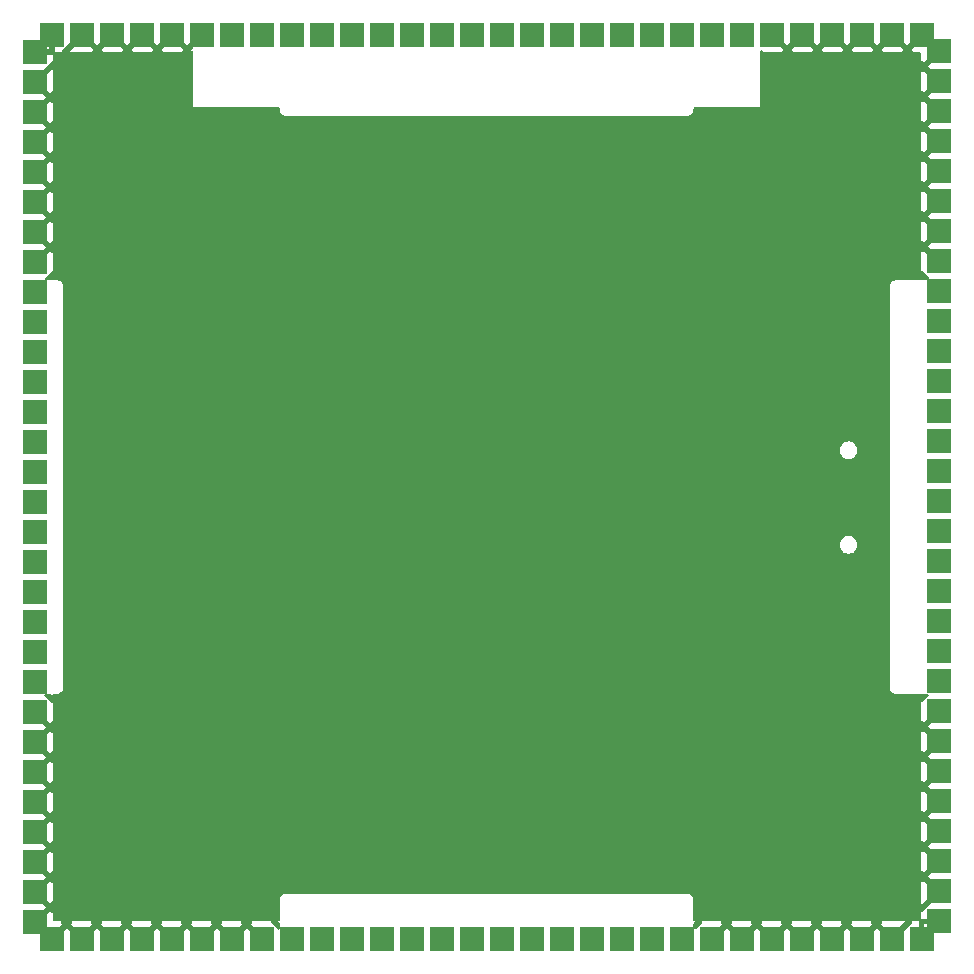
<source format=gbr>
%TF.GenerationSoftware,KiCad,Pcbnew,9.0.7*%
%TF.CreationDate,2026-02-15T10:00:23-06:00*%
%TF.ProjectId,grad_cap_display,67726164-5f63-4617-905f-646973706c61,rev?*%
%TF.SameCoordinates,Original*%
%TF.FileFunction,Copper,L4,Bot*%
%TF.FilePolarity,Positive*%
%FSLAX46Y46*%
G04 Gerber Fmt 4.6, Leading zero omitted, Abs format (unit mm)*
G04 Created by KiCad (PCBNEW 9.0.7) date 2026-02-15 10:00:23*
%MOMM*%
%LPD*%
G01*
G04 APERTURE LIST*
%TA.AperFunction,SMDPad,CuDef*%
%ADD10R,2.000000X2.000000*%
%TD*%
%TA.AperFunction,HeatsinkPad*%
%ADD11C,0.600000*%
%TD*%
G04 APERTURE END LIST*
D10*
%TO.P,J205,30,Pin_30*%
%TO.N,GND*%
X-268177500Y597760000D03*
%TO.P,J205,29,Pin_29*%
X-265637500Y597760000D03*
%TO.P,J205,28,Pin_28*%
X-263097500Y597760000D03*
%TO.P,J205,27,Pin_27*%
X-260557500Y597760000D03*
%TO.P,J205,26,Pin_26*%
X-258017500Y597760000D03*
%TO.P,J205,25,Pin_25*%
X-255477500Y597760000D03*
%TO.P,J205,24,Pin_24*%
X-252937500Y597760000D03*
%TO.P,J205,23,Pin_23*%
X-250397500Y597760000D03*
%TO.P,J205,22,Pin_22*%
X-247857500Y597760000D03*
%TO.P,J205,21,Pin_21*%
X-245317500Y597760000D03*
%TO.P,J205,20,Pin_20*%
X-242777500Y597760000D03*
%TO.P,J205,19,Pin_19*%
X-240237500Y597760000D03*
%TO.P,J205,18,Pin_18*%
X-237697500Y597760000D03*
%TO.P,J205,17,Pin_17*%
X-235157500Y597760000D03*
%TO.P,J205,16,Pin_16*%
X-232617500Y597760000D03*
%TO.P,J205,15,Pin_15*%
X-230077500Y597760000D03*
%TO.P,J205,14,Pin_14*%
X-227537500Y597760000D03*
%TO.P,J205,13,Pin_13*%
X-224997500Y597760000D03*
%TO.P,J205,12,Pin_12*%
X-222457500Y597760000D03*
%TO.P,J205,11,Pin_11*%
X-219917500Y597760000D03*
%TO.P,J205,10,Pin_10*%
X-217377500Y597760000D03*
%TO.P,J205,9,Pin_9*%
X-214837500Y597760000D03*
%TO.P,J205,8,Pin_8*%
X-212297500Y597760000D03*
%TO.P,J205,7,Pin_7*%
X-209757500Y597760000D03*
%TO.P,J205,6,Pin_6*%
X-207217500Y597760000D03*
%TO.P,J205,5,Pin_5*%
X-204677500Y597760000D03*
%TO.P,J205,4,Pin_4*%
X-202137500Y597760000D03*
%TO.P,J205,3,Pin_3*%
X-199597500Y597760000D03*
%TO.P,J205,2,Pin_2*%
X-197057500Y597760000D03*
%TO.P,J205,1,Pin_1*%
X-194517500Y597760000D03*
%TD*%
%TO.P,J204,30,Pin_30*%
%TO.N,GND*%
X-193060000Y672902500D03*
%TO.P,J204,29,Pin_29*%
X-193060000Y670362500D03*
%TO.P,J204,28,Pin_28*%
X-193060000Y667822500D03*
%TO.P,J204,27,Pin_27*%
X-193060000Y665282500D03*
%TO.P,J204,26,Pin_26*%
X-193060000Y662742500D03*
%TO.P,J204,25,Pin_25*%
X-193060000Y660202500D03*
%TO.P,J204,24,Pin_24*%
X-193060000Y657662500D03*
%TO.P,J204,23,Pin_23*%
X-193060000Y655122500D03*
%TO.P,J204,22,Pin_22*%
X-193060000Y652582500D03*
%TO.P,J204,21,Pin_21*%
X-193060000Y650042500D03*
%TO.P,J204,20,Pin_20*%
X-193060000Y647502500D03*
%TO.P,J204,19,Pin_19*%
X-193060000Y644962500D03*
%TO.P,J204,18,Pin_18*%
X-193060000Y642422500D03*
%TO.P,J204,17,Pin_17*%
X-193060000Y639882500D03*
%TO.P,J204,16,Pin_16*%
X-193060000Y637342500D03*
%TO.P,J204,15,Pin_15*%
X-193060000Y634802500D03*
%TO.P,J204,14,Pin_14*%
X-193060000Y632262500D03*
%TO.P,J204,13,Pin_13*%
X-193060000Y629722500D03*
%TO.P,J204,12,Pin_12*%
X-193060000Y627182500D03*
%TO.P,J204,11,Pin_11*%
X-193060000Y624642500D03*
%TO.P,J204,10,Pin_10*%
X-193060000Y622102500D03*
%TO.P,J204,9,Pin_9*%
X-193060000Y619562500D03*
%TO.P,J204,8,Pin_8*%
X-193060000Y617022500D03*
%TO.P,J204,7,Pin_7*%
X-193060000Y614482500D03*
%TO.P,J204,6,Pin_6*%
X-193060000Y611942500D03*
%TO.P,J204,5,Pin_5*%
X-193060000Y609402500D03*
%TO.P,J204,4,Pin_4*%
X-193060000Y606862500D03*
%TO.P,J204,3,Pin_3*%
X-193060000Y604322500D03*
%TO.P,J204,2,Pin_2*%
X-193060000Y601782500D03*
%TO.P,J204,1,Pin_1*%
X-193060000Y599242500D03*
%TD*%
%TO.P,J202,30,Pin_30*%
%TO.N,GND*%
X-269575000Y599182500D03*
%TO.P,J202,29,Pin_29*%
X-269575000Y601722500D03*
%TO.P,J202,28,Pin_28*%
X-269575000Y604262500D03*
%TO.P,J202,27,Pin_27*%
X-269575000Y606802500D03*
%TO.P,J202,26,Pin_26*%
X-269575000Y609342500D03*
%TO.P,J202,25,Pin_25*%
X-269575000Y611882500D03*
%TO.P,J202,24,Pin_24*%
X-269575000Y614422500D03*
%TO.P,J202,23,Pin_23*%
X-269575000Y616962500D03*
%TO.P,J202,22,Pin_22*%
X-269575000Y619502500D03*
%TO.P,J202,21,Pin_21*%
X-269575000Y622042500D03*
%TO.P,J202,20,Pin_20*%
X-269575000Y624582500D03*
%TO.P,J202,19,Pin_19*%
X-269575000Y627122500D03*
%TO.P,J202,18,Pin_18*%
X-269575000Y629662500D03*
%TO.P,J202,17,Pin_17*%
X-269575000Y632202500D03*
%TO.P,J202,16,Pin_16*%
X-269575000Y634742500D03*
%TO.P,J202,15,Pin_15*%
X-269575000Y637282500D03*
%TO.P,J202,14,Pin_14*%
X-269575000Y639822500D03*
%TO.P,J202,13,Pin_13*%
X-269575000Y642362500D03*
%TO.P,J202,12,Pin_12*%
X-269575000Y644902500D03*
%TO.P,J202,11,Pin_11*%
X-269575000Y647442500D03*
%TO.P,J202,10,Pin_10*%
X-269575000Y649982500D03*
%TO.P,J202,9,Pin_9*%
X-269575000Y652522500D03*
%TO.P,J202,8,Pin_8*%
X-269575000Y655062500D03*
%TO.P,J202,7,Pin_7*%
X-269575000Y657602500D03*
%TO.P,J202,6,Pin_6*%
X-269575000Y660142500D03*
%TO.P,J202,5,Pin_5*%
X-269575000Y662682500D03*
%TO.P,J202,4,Pin_4*%
X-269575000Y665222500D03*
%TO.P,J202,3,Pin_3*%
X-269575000Y667762500D03*
%TO.P,J202,2,Pin_2*%
X-269575000Y670302500D03*
%TO.P,J202,1,Pin_1*%
X-269575000Y672842500D03*
%TD*%
%TO.P,J203,30,Pin_30*%
%TO.N,GND*%
X-194457500Y674325000D03*
%TO.P,J203,29,Pin_29*%
X-196997500Y674325000D03*
%TO.P,J203,28,Pin_28*%
X-199537500Y674325000D03*
%TO.P,J203,27,Pin_27*%
X-202077500Y674325000D03*
%TO.P,J203,26,Pin_26*%
X-204617500Y674325000D03*
%TO.P,J203,25,Pin_25*%
X-207157500Y674325000D03*
%TO.P,J203,24,Pin_24*%
X-209697500Y674325000D03*
%TO.P,J203,23,Pin_23*%
X-212237500Y674325000D03*
%TO.P,J203,22,Pin_22*%
X-214777500Y674325000D03*
%TO.P,J203,21,Pin_21*%
X-217317500Y674325000D03*
%TO.P,J203,20,Pin_20*%
X-219857500Y674325000D03*
%TO.P,J203,19,Pin_19*%
X-222397500Y674325000D03*
%TO.P,J203,18,Pin_18*%
X-224937500Y674325000D03*
%TO.P,J203,17,Pin_17*%
X-227477500Y674325000D03*
%TO.P,J203,16,Pin_16*%
X-230017500Y674325000D03*
%TO.P,J203,15,Pin_15*%
X-232557500Y674325000D03*
%TO.P,J203,14,Pin_14*%
X-235097500Y674325000D03*
%TO.P,J203,13,Pin_13*%
X-237637500Y674325000D03*
%TO.P,J203,12,Pin_12*%
X-240177500Y674325000D03*
%TO.P,J203,11,Pin_11*%
X-242717500Y674325000D03*
%TO.P,J203,10,Pin_10*%
X-245257500Y674325000D03*
%TO.P,J203,9,Pin_9*%
X-247797500Y674325000D03*
%TO.P,J203,8,Pin_8*%
X-250337500Y674325000D03*
%TO.P,J203,7,Pin_7*%
X-252877500Y674325000D03*
%TO.P,J203,6,Pin_6*%
X-255417500Y674325000D03*
%TO.P,J203,5,Pin_5*%
X-257957500Y674325000D03*
%TO.P,J203,4,Pin_4*%
X-260497500Y674325000D03*
%TO.P,J203,3,Pin_3*%
X-263037500Y674325000D03*
%TO.P,J203,2,Pin_2*%
X-265577500Y674325000D03*
%TO.P,J203,1,Pin_1*%
X-268117500Y674325000D03*
%TD*%
D11*
%TO.P,U204,41,GND*%
%TO.N,GND*%
X-232310000Y658280000D03*
X-232310000Y659680000D03*
X-233010000Y657580000D03*
X-233010000Y658980000D03*
X-233010000Y660380000D03*
X-233710000Y658280000D03*
X-233710000Y659680000D03*
X-234410000Y657580000D03*
X-234410000Y658980000D03*
X-234410000Y660380000D03*
X-235110000Y658280000D03*
X-235110000Y659680000D03*
%TD*%
%TA.AperFunction,Conductor*%
%TO.N,GND*%
G36*
X-265981771Y673779815D02*
G01*
X-265936016Y673727011D01*
X-265926072Y673657853D01*
X-265955097Y673594297D01*
X-265961129Y673587819D01*
X-266708670Y672840277D01*
X-266708670Y672840276D01*
X-266684875Y672831401D01*
X-266625344Y672825000D01*
X-264797500Y672825000D01*
X-264789489Y672844338D01*
X-264790079Y672845418D01*
X-264785095Y672915110D01*
X-264756595Y672959457D01*
X-264661052Y673055000D01*
X-265193871Y673587819D01*
X-265227356Y673649142D01*
X-265222372Y673718834D01*
X-265180500Y673774767D01*
X-265115036Y673799184D01*
X-265106190Y673799500D01*
X-264749810Y673799500D01*
X-264682771Y673779815D01*
X-264662129Y673763181D01*
X-264307500Y673408552D01*
X-263952871Y673763181D01*
X-263891548Y673796666D01*
X-263865190Y673799500D01*
X-263508810Y673799500D01*
X-263441771Y673779815D01*
X-263396016Y673727011D01*
X-263386072Y673657853D01*
X-263415097Y673594297D01*
X-263421129Y673587819D01*
X-263953948Y673055000D01*
X-263858405Y672959457D01*
X-263824920Y672898134D01*
X-263828287Y672851044D01*
X-263817500Y672825000D01*
X-262257500Y672825000D01*
X-262249489Y672844338D01*
X-262250079Y672845418D01*
X-262245095Y672915110D01*
X-262216595Y672959457D01*
X-262121052Y673055000D01*
X-262653871Y673587819D01*
X-262687356Y673649142D01*
X-262682372Y673718834D01*
X-262640500Y673774767D01*
X-262575036Y673799184D01*
X-262566190Y673799500D01*
X-262209810Y673799500D01*
X-262142771Y673779815D01*
X-262122129Y673763181D01*
X-261767500Y673408552D01*
X-261412871Y673763181D01*
X-261351548Y673796666D01*
X-261325190Y673799500D01*
X-260968810Y673799500D01*
X-260901771Y673779815D01*
X-260856016Y673727011D01*
X-260846072Y673657853D01*
X-260875097Y673594297D01*
X-260881129Y673587819D01*
X-261413948Y673055000D01*
X-261318405Y672959457D01*
X-261284920Y672898134D01*
X-261288287Y672851044D01*
X-261277500Y672825000D01*
X-259717500Y672825000D01*
X-259709489Y672844338D01*
X-259710079Y672845418D01*
X-259705095Y672915110D01*
X-259676595Y672959457D01*
X-259581052Y673055000D01*
X-260113871Y673587819D01*
X-260147356Y673649142D01*
X-260142372Y673718834D01*
X-260100500Y673774767D01*
X-260035036Y673799184D01*
X-260026190Y673799500D01*
X-259669810Y673799500D01*
X-259602771Y673779815D01*
X-259582129Y673763181D01*
X-259227500Y673408552D01*
X-258872871Y673763181D01*
X-258811548Y673796666D01*
X-258785190Y673799500D01*
X-258428810Y673799500D01*
X-258361771Y673779815D01*
X-258316016Y673727011D01*
X-258306072Y673657853D01*
X-258335097Y673594297D01*
X-258341129Y673587819D01*
X-258873948Y673055000D01*
X-258778405Y672959457D01*
X-258744920Y672898134D01*
X-258748287Y672851044D01*
X-258737500Y672825000D01*
X-257177500Y672825000D01*
X-257169489Y672844338D01*
X-257170079Y672845418D01*
X-257165095Y672915110D01*
X-257136595Y672959457D01*
X-257041052Y673055000D01*
X-257573871Y673587819D01*
X-257607356Y673649142D01*
X-257602372Y673718834D01*
X-257560500Y673774767D01*
X-257495036Y673799184D01*
X-257486190Y673799500D01*
X-257129810Y673799500D01*
X-257062771Y673779815D01*
X-257042129Y673763181D01*
X-256687500Y673408552D01*
X-256421681Y673674371D01*
X-256360358Y673707856D01*
X-256290666Y673702872D01*
X-256234733Y673661000D01*
X-256210316Y673595536D01*
X-256210000Y673586690D01*
X-256210000Y673230310D01*
X-256229685Y673163271D01*
X-256246319Y673142629D01*
X-256333948Y673055000D01*
X-256246319Y672967371D01*
X-256212834Y672906048D01*
X-256210000Y672879690D01*
X-256210000Y668190000D01*
X-248954500Y668190000D01*
X-248887461Y668170315D01*
X-248841706Y668117511D01*
X-248830500Y668066000D01*
X-248830500Y667904108D01*
X-248796392Y667776814D01*
X-248730500Y667662686D01*
X-248637314Y667569500D01*
X-248580250Y667536554D01*
X-248523187Y667503608D01*
X-248459539Y667486554D01*
X-248395892Y667469500D01*
X-248395891Y667469500D01*
X-214264108Y667469500D01*
X-214136812Y667503608D01*
X-214022686Y667569500D01*
X-214022683Y667569502D01*
X-213929502Y667662683D01*
X-213929500Y667662686D01*
X-213863608Y667776812D01*
X-213829500Y667904108D01*
X-213829500Y668066000D01*
X-213809815Y668133039D01*
X-213757011Y668178794D01*
X-213705500Y668190000D01*
X-208210000Y668190000D01*
X-208210000Y672891690D01*
X-208190315Y672958729D01*
X-208137511Y673004484D01*
X-208068353Y673014428D01*
X-208004797Y672985403D01*
X-207998319Y672979371D01*
X-207978405Y672959457D01*
X-207944920Y672898134D01*
X-207948287Y672851044D01*
X-207937500Y672825000D01*
X-206377500Y672825000D01*
X-206369489Y672844338D01*
X-206370079Y672845418D01*
X-206365095Y672915110D01*
X-206336595Y672959457D01*
X-206241052Y673055000D01*
X-206773871Y673587819D01*
X-206807356Y673649142D01*
X-206802372Y673718834D01*
X-206760500Y673774767D01*
X-206695036Y673799184D01*
X-206686190Y673799500D01*
X-206329810Y673799500D01*
X-206262771Y673779815D01*
X-206242129Y673763181D01*
X-205887500Y673408552D01*
X-205532871Y673763181D01*
X-205471548Y673796666D01*
X-205445190Y673799500D01*
X-205088810Y673799500D01*
X-205021771Y673779815D01*
X-204976016Y673727011D01*
X-204966072Y673657853D01*
X-204995097Y673594297D01*
X-205001129Y673587819D01*
X-205533948Y673055000D01*
X-205438405Y672959457D01*
X-205404920Y672898134D01*
X-205408287Y672851044D01*
X-205397500Y672825000D01*
X-203837500Y672825000D01*
X-203829489Y672844338D01*
X-203830079Y672845418D01*
X-203825095Y672915110D01*
X-203796595Y672959457D01*
X-203701052Y673055000D01*
X-204233871Y673587819D01*
X-204267356Y673649142D01*
X-204262372Y673718834D01*
X-204220500Y673774767D01*
X-204155036Y673799184D01*
X-204146190Y673799500D01*
X-203789810Y673799500D01*
X-203722771Y673779815D01*
X-203702129Y673763181D01*
X-203347500Y673408552D01*
X-202992871Y673763181D01*
X-202931548Y673796666D01*
X-202905190Y673799500D01*
X-202548810Y673799500D01*
X-202481771Y673779815D01*
X-202436016Y673727011D01*
X-202426072Y673657853D01*
X-202455097Y673594297D01*
X-202461129Y673587819D01*
X-202993948Y673055000D01*
X-202898405Y672959457D01*
X-202864920Y672898134D01*
X-202868287Y672851044D01*
X-202857500Y672825000D01*
X-201297500Y672825000D01*
X-201289489Y672844338D01*
X-201290079Y672845418D01*
X-201285095Y672915110D01*
X-201256595Y672959457D01*
X-201161052Y673055000D01*
X-201693871Y673587819D01*
X-201727356Y673649142D01*
X-201722372Y673718834D01*
X-201680500Y673774767D01*
X-201615036Y673799184D01*
X-201606190Y673799500D01*
X-201249810Y673799500D01*
X-201182771Y673779815D01*
X-201162129Y673763181D01*
X-200807500Y673408552D01*
X-200452871Y673763181D01*
X-200391548Y673796666D01*
X-200365190Y673799500D01*
X-200008810Y673799500D01*
X-199941771Y673779815D01*
X-199896016Y673727011D01*
X-199886072Y673657853D01*
X-199915097Y673594297D01*
X-199921129Y673587819D01*
X-200453948Y673055000D01*
X-200358405Y672959457D01*
X-200324920Y672898134D01*
X-200328287Y672851044D01*
X-200317500Y672825000D01*
X-198757500Y672825000D01*
X-198749489Y672844338D01*
X-198750079Y672845418D01*
X-198745095Y672915110D01*
X-198716595Y672959457D01*
X-198621052Y673055000D01*
X-199153871Y673587819D01*
X-199187356Y673649142D01*
X-199182372Y673718834D01*
X-199140500Y673774767D01*
X-199075036Y673799184D01*
X-199066190Y673799500D01*
X-198709810Y673799500D01*
X-198642771Y673779815D01*
X-198622129Y673763181D01*
X-198267500Y673408552D01*
X-197912871Y673763181D01*
X-197851548Y673796666D01*
X-197825190Y673799500D01*
X-197468810Y673799500D01*
X-197401771Y673779815D01*
X-197356016Y673727011D01*
X-197346072Y673657853D01*
X-197375097Y673594297D01*
X-197381129Y673587819D01*
X-197913948Y673055000D01*
X-197818405Y672959457D01*
X-197784920Y672898134D01*
X-197788287Y672851044D01*
X-197777500Y672825000D01*
X-196217500Y672825000D01*
X-196209489Y672844338D01*
X-196210079Y672845418D01*
X-196205095Y672915110D01*
X-196176595Y672959457D01*
X-196081052Y673055000D01*
X-196613871Y673587819D01*
X-196647356Y673649142D01*
X-196642372Y673718834D01*
X-196600500Y673774767D01*
X-196535036Y673799184D01*
X-196526190Y673799500D01*
X-196169810Y673799500D01*
X-196102771Y673779815D01*
X-196082129Y673763181D01*
X-195727500Y673408552D01*
X-195372871Y673763181D01*
X-195345943Y673777884D01*
X-195320125Y673794477D01*
X-195313924Y673795368D01*
X-195311548Y673796666D01*
X-195285190Y673799500D01*
X-195125892Y673799500D01*
X-195064428Y673799500D01*
X-195055582Y673799184D01*
X-195043155Y673798295D01*
X-194929014Y673790131D01*
X-194863550Y673765714D01*
X-194821679Y673709780D01*
X-194816695Y673640088D01*
X-194850180Y673578766D01*
X-195373948Y673055000D01*
X-195278405Y672959457D01*
X-195244920Y672898134D01*
X-195248287Y672851044D01*
X-195237500Y672825000D01*
X-194684000Y672825000D01*
X-194616961Y672805315D01*
X-194571206Y672752511D01*
X-194560000Y672701000D01*
X-194560000Y672122500D01*
X-194540659Y672114489D01*
X-194539578Y672115080D01*
X-194469886Y672110094D01*
X-194425542Y672081594D01*
X-194330000Y671986052D01*
X-193782901Y672533149D01*
X-193767252Y672541693D01*
X-193754646Y672554300D01*
X-193737225Y672558089D01*
X-193721578Y672566634D01*
X-193703794Y672565362D01*
X-193686373Y672569152D01*
X-193669669Y672562921D01*
X-193651886Y672561650D01*
X-193637613Y672550965D01*
X-193620909Y672544735D01*
X-193610224Y672530461D01*
X-193595953Y672519778D01*
X-193589722Y672503074D01*
X-193579038Y672488801D01*
X-193571537Y672454318D01*
X-193561764Y672317680D01*
X-193560816Y672304417D01*
X-193560500Y672295572D01*
X-193560500Y672099810D01*
X-193580185Y672032771D01*
X-193596819Y672012129D01*
X-193976448Y671632500D01*
X-193596819Y671252871D01*
X-193563334Y671191548D01*
X-193560500Y671165190D01*
X-193560500Y670808810D01*
X-193580185Y670741771D01*
X-193632989Y670696016D01*
X-193702147Y670686072D01*
X-193765703Y670715097D01*
X-193772181Y670721129D01*
X-194329999Y671278947D01*
X-194425541Y671183405D01*
X-194486864Y671149920D01*
X-194533955Y671153287D01*
X-194560000Y671142499D01*
X-194560000Y669582500D01*
X-194540659Y669574489D01*
X-194539578Y669575080D01*
X-194469886Y669570094D01*
X-194425542Y669541594D01*
X-194330000Y669446052D01*
X-193772181Y670003871D01*
X-193710858Y670037356D01*
X-193641166Y670032372D01*
X-193585233Y669990500D01*
X-193560816Y669925036D01*
X-193560500Y669916190D01*
X-193560500Y669559810D01*
X-193580185Y669492771D01*
X-193596819Y669472129D01*
X-193976448Y669092500D01*
X-193596819Y668712871D01*
X-193563334Y668651548D01*
X-193560500Y668625190D01*
X-193560500Y668268810D01*
X-193580185Y668201771D01*
X-193632989Y668156016D01*
X-193702147Y668146072D01*
X-193765703Y668175097D01*
X-193772181Y668181129D01*
X-194329999Y668738947D01*
X-194425541Y668643405D01*
X-194486864Y668609920D01*
X-194533955Y668613287D01*
X-194560000Y668602499D01*
X-194560000Y667042500D01*
X-194540659Y667034489D01*
X-194539578Y667035080D01*
X-194469886Y667030094D01*
X-194425542Y667001594D01*
X-194330000Y666906052D01*
X-193772181Y667463871D01*
X-193710858Y667497356D01*
X-193641166Y667492372D01*
X-193585233Y667450500D01*
X-193560816Y667385036D01*
X-193560500Y667376190D01*
X-193560500Y667019810D01*
X-193580185Y666952771D01*
X-193596819Y666932129D01*
X-193976448Y666552500D01*
X-193596819Y666172871D01*
X-193563334Y666111548D01*
X-193560500Y666085190D01*
X-193560500Y665728810D01*
X-193580185Y665661771D01*
X-193632989Y665616016D01*
X-193702147Y665606072D01*
X-193765703Y665635097D01*
X-193772181Y665641129D01*
X-194329999Y666198947D01*
X-194425541Y666103405D01*
X-194486864Y666069920D01*
X-194533955Y666073287D01*
X-194560000Y666062499D01*
X-194560000Y664502500D01*
X-194540659Y664494489D01*
X-194539578Y664495080D01*
X-194469886Y664490094D01*
X-194425542Y664461594D01*
X-194330000Y664366052D01*
X-193772181Y664923871D01*
X-193710858Y664957356D01*
X-193641166Y664952372D01*
X-193585233Y664910500D01*
X-193560816Y664845036D01*
X-193560500Y664836190D01*
X-193560500Y664479810D01*
X-193580185Y664412771D01*
X-193596819Y664392129D01*
X-193976448Y664012500D01*
X-193596819Y663632871D01*
X-193563334Y663571548D01*
X-193560500Y663545190D01*
X-193560500Y663188810D01*
X-193580185Y663121771D01*
X-193632989Y663076016D01*
X-193702147Y663066072D01*
X-193765703Y663095097D01*
X-193772181Y663101129D01*
X-194329999Y663658947D01*
X-194425541Y663563405D01*
X-194486864Y663529920D01*
X-194533955Y663533287D01*
X-194560000Y663522499D01*
X-194560000Y661962500D01*
X-194540659Y661954489D01*
X-194539578Y661955080D01*
X-194469886Y661950094D01*
X-194425542Y661921594D01*
X-194330000Y661826052D01*
X-193772181Y662383871D01*
X-193710858Y662417356D01*
X-193641166Y662412372D01*
X-193585233Y662370500D01*
X-193560816Y662305036D01*
X-193560500Y662296190D01*
X-193560500Y661939810D01*
X-193580185Y661872771D01*
X-193596819Y661852129D01*
X-193976448Y661472500D01*
X-193596819Y661092871D01*
X-193563334Y661031548D01*
X-193560500Y661005190D01*
X-193560500Y660648810D01*
X-193580185Y660581771D01*
X-193632989Y660536016D01*
X-193702147Y660526072D01*
X-193765703Y660555097D01*
X-193772181Y660561129D01*
X-194329999Y661118947D01*
X-194425541Y661023405D01*
X-194486864Y660989920D01*
X-194533955Y660993287D01*
X-194560000Y660982499D01*
X-194560000Y659422500D01*
X-194540659Y659414489D01*
X-194539578Y659415080D01*
X-194469886Y659410094D01*
X-194425542Y659381594D01*
X-194330000Y659286052D01*
X-193772181Y659843871D01*
X-193710858Y659877356D01*
X-193641166Y659872372D01*
X-193585233Y659830500D01*
X-193560816Y659765036D01*
X-193560500Y659756190D01*
X-193560500Y659399810D01*
X-193580185Y659332771D01*
X-193596819Y659312129D01*
X-193976448Y658932500D01*
X-193596819Y658552871D01*
X-193563334Y658491548D01*
X-193560500Y658465190D01*
X-193560500Y658108810D01*
X-193580185Y658041771D01*
X-193632989Y657996016D01*
X-193702147Y657986072D01*
X-193765703Y658015097D01*
X-193772181Y658021129D01*
X-194329999Y658578947D01*
X-194425541Y658483405D01*
X-194486864Y658449920D01*
X-194533955Y658453287D01*
X-194560000Y658442499D01*
X-194560000Y656882500D01*
X-194540659Y656874489D01*
X-194539578Y656875080D01*
X-194469886Y656870094D01*
X-194425542Y656841594D01*
X-194330000Y656746052D01*
X-193772181Y657303871D01*
X-193710858Y657337356D01*
X-193641166Y657332372D01*
X-193585233Y657290500D01*
X-193560816Y657225036D01*
X-193560500Y657216190D01*
X-193560500Y656859810D01*
X-193580185Y656792771D01*
X-193596819Y656772129D01*
X-193976448Y656392500D01*
X-193596819Y656012871D01*
X-193563334Y655951548D01*
X-193560500Y655925190D01*
X-193560500Y655568810D01*
X-193580185Y655501771D01*
X-193632989Y655456016D01*
X-193702147Y655446072D01*
X-193765703Y655475097D01*
X-193772181Y655481129D01*
X-194329999Y656038947D01*
X-194425541Y655943405D01*
X-194486864Y655909920D01*
X-194533955Y655913287D01*
X-194560000Y655902499D01*
X-194560000Y654342500D01*
X-194540659Y654334489D01*
X-194539578Y654335080D01*
X-194469886Y654330094D01*
X-194425542Y654301594D01*
X-193866129Y653742181D01*
X-193832644Y653680858D01*
X-193837628Y653611166D01*
X-193879500Y653555233D01*
X-193944964Y653530816D01*
X-193953810Y653530500D01*
X-194310190Y653530500D01*
X-194377229Y653550185D01*
X-194397871Y653566819D01*
X-194544721Y653713669D01*
X-194553598Y653689872D01*
X-194558827Y653641244D01*
X-194585565Y653576693D01*
X-194642957Y653536845D01*
X-194682116Y653530500D01*
X-196624108Y653530500D01*
X-196755892Y653530500D01*
X-196883186Y653496392D01*
X-196997314Y653430500D01*
X-197090500Y653337314D01*
X-197156392Y653223186D01*
X-197190500Y653095892D01*
X-197190500Y619095892D01*
X-197190500Y618964108D01*
X-197156392Y618836814D01*
X-197090500Y618722686D01*
X-196997314Y618629500D01*
X-196940250Y618596554D01*
X-196883187Y618563608D01*
X-196819539Y618546554D01*
X-196755892Y618529500D01*
X-194667434Y618529500D01*
X-194600395Y618509815D01*
X-194554640Y618457011D01*
X-194551254Y618448838D01*
X-194544722Y618431329D01*
X-194482871Y618493181D01*
X-194421548Y618526666D01*
X-194395189Y618529500D01*
X-194038810Y618529500D01*
X-193971771Y618509815D01*
X-193926016Y618457011D01*
X-193916072Y618387853D01*
X-193945097Y618324297D01*
X-193951129Y618317819D01*
X-194425542Y617843405D01*
X-194486865Y617809920D01*
X-194533955Y617813287D01*
X-194560000Y617802499D01*
X-194560000Y616242500D01*
X-194540659Y616234489D01*
X-194539578Y616235080D01*
X-194469886Y616230094D01*
X-194425542Y616201594D01*
X-194330000Y616106052D01*
X-193772181Y616663871D01*
X-193710858Y616697356D01*
X-193641166Y616692372D01*
X-193585233Y616650500D01*
X-193560816Y616585036D01*
X-193560500Y616576190D01*
X-193560500Y616219810D01*
X-193580185Y616152771D01*
X-193596819Y616132129D01*
X-193976448Y615752500D01*
X-193596819Y615372871D01*
X-193563334Y615311548D01*
X-193560500Y615285190D01*
X-193560500Y614928810D01*
X-193580185Y614861771D01*
X-193632989Y614816016D01*
X-193702147Y614806072D01*
X-193765703Y614835097D01*
X-193772181Y614841129D01*
X-194329999Y615398947D01*
X-194425541Y615303405D01*
X-194486864Y615269920D01*
X-194533955Y615273287D01*
X-194560000Y615262499D01*
X-194560000Y613702500D01*
X-194540659Y613694489D01*
X-194539578Y613695080D01*
X-194469886Y613690094D01*
X-194425542Y613661594D01*
X-194330000Y613566052D01*
X-193772181Y614123871D01*
X-193710858Y614157356D01*
X-193641166Y614152372D01*
X-193585233Y614110500D01*
X-193560816Y614045036D01*
X-193560500Y614036190D01*
X-193560500Y613679810D01*
X-193580185Y613612771D01*
X-193596819Y613592129D01*
X-193976448Y613212500D01*
X-193596819Y612832871D01*
X-193563334Y612771548D01*
X-193560500Y612745190D01*
X-193560500Y612388810D01*
X-193580185Y612321771D01*
X-193632989Y612276016D01*
X-193702147Y612266072D01*
X-193765703Y612295097D01*
X-193772181Y612301129D01*
X-194329999Y612858947D01*
X-194425541Y612763405D01*
X-194486864Y612729920D01*
X-194533955Y612733287D01*
X-194560000Y612722499D01*
X-194560000Y611162500D01*
X-194540659Y611154489D01*
X-194539578Y611155080D01*
X-194469886Y611150094D01*
X-194425542Y611121594D01*
X-194330000Y611026052D01*
X-193772181Y611583871D01*
X-193710858Y611617356D01*
X-193641166Y611612372D01*
X-193585233Y611570500D01*
X-193560816Y611505036D01*
X-193560500Y611496190D01*
X-193560500Y611139810D01*
X-193580185Y611072771D01*
X-193596819Y611052129D01*
X-193976448Y610672500D01*
X-193596819Y610292871D01*
X-193563334Y610231548D01*
X-193560500Y610205190D01*
X-193560500Y609848810D01*
X-193580185Y609781771D01*
X-193632989Y609736016D01*
X-193702147Y609726072D01*
X-193765703Y609755097D01*
X-193772181Y609761129D01*
X-194329999Y610318947D01*
X-194425541Y610223405D01*
X-194486864Y610189920D01*
X-194533955Y610193287D01*
X-194560000Y610182499D01*
X-194560000Y608622500D01*
X-194540659Y608614489D01*
X-194539578Y608615080D01*
X-194469886Y608610094D01*
X-194425542Y608581594D01*
X-194330000Y608486052D01*
X-193772181Y609043871D01*
X-193710858Y609077356D01*
X-193641166Y609072372D01*
X-193585233Y609030500D01*
X-193560816Y608965036D01*
X-193560500Y608956190D01*
X-193560500Y608599810D01*
X-193580185Y608532771D01*
X-193596819Y608512129D01*
X-193976448Y608132500D01*
X-193596819Y607752871D01*
X-193563334Y607691548D01*
X-193560500Y607665190D01*
X-193560500Y607308810D01*
X-193580185Y607241771D01*
X-193632989Y607196016D01*
X-193702147Y607186072D01*
X-193765703Y607215097D01*
X-193772181Y607221129D01*
X-194329999Y607778947D01*
X-194425541Y607683405D01*
X-194486864Y607649920D01*
X-194533955Y607653287D01*
X-194560000Y607642499D01*
X-194560000Y606082500D01*
X-194540659Y606074489D01*
X-194539578Y606075080D01*
X-194469886Y606070094D01*
X-194425542Y606041594D01*
X-194330000Y605946052D01*
X-193772181Y606503871D01*
X-193710858Y606537356D01*
X-193641166Y606532372D01*
X-193585233Y606490500D01*
X-193560816Y606425036D01*
X-193560500Y606416190D01*
X-193560500Y606059810D01*
X-193580185Y605992771D01*
X-193596819Y605972129D01*
X-193976448Y605592500D01*
X-193596819Y605212871D01*
X-193563334Y605151548D01*
X-193560500Y605125190D01*
X-193560500Y604768810D01*
X-193580185Y604701771D01*
X-193632989Y604656016D01*
X-193702147Y604646072D01*
X-193765703Y604675097D01*
X-193772181Y604681129D01*
X-194329999Y605238947D01*
X-194425541Y605143405D01*
X-194486864Y605109920D01*
X-194533955Y605113287D01*
X-194560000Y605102499D01*
X-194560000Y603542500D01*
X-194540659Y603534489D01*
X-194539578Y603535080D01*
X-194469886Y603530094D01*
X-194425542Y603501594D01*
X-194330000Y603406052D01*
X-193772181Y603963871D01*
X-193710858Y603997356D01*
X-193641166Y603992372D01*
X-193585233Y603950500D01*
X-193560816Y603885036D01*
X-193560500Y603876190D01*
X-193560500Y603519810D01*
X-193580185Y603452771D01*
X-193596819Y603432129D01*
X-193976448Y603052500D01*
X-193596819Y602672871D01*
X-193563334Y602611548D01*
X-193560500Y602585190D01*
X-193560500Y602228810D01*
X-193580185Y602161771D01*
X-193632989Y602116016D01*
X-193702147Y602106072D01*
X-193765703Y602135097D01*
X-193772181Y602141129D01*
X-194329999Y602698947D01*
X-194425541Y602603405D01*
X-194486864Y602569920D01*
X-194533955Y602573287D01*
X-194560000Y602562499D01*
X-194560000Y600734672D01*
X-194559999Y600734655D01*
X-194553598Y600675123D01*
X-194553597Y600675122D01*
X-194544722Y600651329D01*
X-194544720Y600651329D01*
X-193772181Y601423870D01*
X-193710858Y601457355D01*
X-193641167Y601452371D01*
X-193585233Y601410499D01*
X-193560816Y601345035D01*
X-193560500Y601336189D01*
X-193560500Y600979810D01*
X-193580185Y600912771D01*
X-193596819Y600892129D01*
X-194425542Y600063405D01*
X-194486865Y600029920D01*
X-194533955Y600033287D01*
X-194560000Y600022499D01*
X-194560000Y599492500D01*
X-193742038Y599492500D01*
X-193712597Y599483855D01*
X-193682611Y599477332D01*
X-193679380Y599474101D01*
X-193674999Y599472815D01*
X-193654909Y599449630D01*
X-193633206Y599427927D01*
X-193632234Y599423462D01*
X-193629244Y599420011D01*
X-193624876Y599389639D01*
X-193618354Y599359654D01*
X-193619685Y599353533D01*
X-193619300Y599350853D01*
X-193625855Y599325166D01*
X-193683771Y599169889D01*
X-193692909Y599145390D01*
X-193700253Y599129308D01*
X-193732535Y599070188D01*
X-193739697Y599057072D01*
X-193789103Y599007667D01*
X-193848529Y598992500D01*
X-194267500Y598992500D01*
X-194267500Y598562179D01*
X-194271294Y598549255D01*
X-194270334Y598535821D01*
X-194280946Y598516385D01*
X-194287185Y598495140D01*
X-194298093Y598484983D01*
X-194303819Y598474498D01*
X-194332069Y598453349D01*
X-194429303Y598400256D01*
X-194445385Y598392911D01*
X-194600167Y598335179D01*
X-194669858Y598330196D01*
X-194731181Y598363680D01*
X-194764666Y598425004D01*
X-194767500Y598451362D01*
X-194767500Y599260000D01*
X-195297500Y599260000D01*
X-195305510Y599240661D01*
X-195304920Y599239581D01*
X-195309904Y599169889D01*
X-195338405Y599125542D01*
X-196167129Y598296819D01*
X-196228452Y598263334D01*
X-196254810Y598260500D01*
X-196611190Y598260500D01*
X-196678229Y598280185D01*
X-196723984Y598332989D01*
X-196733928Y598402147D01*
X-196704903Y598465703D01*
X-196698871Y598472181D01*
X-195926329Y599244720D01*
X-195926329Y599244722D01*
X-195950122Y599253597D01*
X-195950123Y599253598D01*
X-196009655Y599259999D01*
X-196009672Y599260000D01*
X-197837500Y599260000D01*
X-197845510Y599240661D01*
X-197844920Y599239581D01*
X-197849904Y599169889D01*
X-197878405Y599125541D01*
X-197973947Y599029999D01*
X-197416129Y598472181D01*
X-197382644Y598410858D01*
X-197387628Y598341166D01*
X-197429500Y598285233D01*
X-197494964Y598260816D01*
X-197503810Y598260500D01*
X-197860190Y598260500D01*
X-197927229Y598280185D01*
X-197947871Y598296819D01*
X-198327500Y598676448D01*
X-198707129Y598296819D01*
X-198768452Y598263334D01*
X-198794810Y598260500D01*
X-199151190Y598260500D01*
X-199218229Y598280185D01*
X-199263984Y598332989D01*
X-199273928Y598402147D01*
X-199244903Y598465703D01*
X-199238871Y598472181D01*
X-198681052Y599030000D01*
X-198776594Y599125542D01*
X-198810079Y599186865D01*
X-198806711Y599233953D01*
X-198817500Y599260000D01*
X-200377500Y599260000D01*
X-200385510Y599240661D01*
X-200384920Y599239581D01*
X-200389904Y599169889D01*
X-200418405Y599125541D01*
X-200513947Y599029999D01*
X-199956129Y598472181D01*
X-199922644Y598410858D01*
X-199927628Y598341166D01*
X-199969500Y598285233D01*
X-200034964Y598260816D01*
X-200043810Y598260500D01*
X-200400190Y598260500D01*
X-200467229Y598280185D01*
X-200487871Y598296819D01*
X-200867500Y598676448D01*
X-201247129Y598296819D01*
X-201308452Y598263334D01*
X-201334810Y598260500D01*
X-201691190Y598260500D01*
X-201758229Y598280185D01*
X-201803984Y598332989D01*
X-201813928Y598402147D01*
X-201784903Y598465703D01*
X-201778871Y598472181D01*
X-201221052Y599030000D01*
X-201316594Y599125542D01*
X-201350079Y599186865D01*
X-201346711Y599233953D01*
X-201357500Y599260000D01*
X-202917500Y599260000D01*
X-202925510Y599240661D01*
X-202924920Y599239581D01*
X-202929904Y599169889D01*
X-202958405Y599125541D01*
X-203053947Y599029999D01*
X-202496129Y598472181D01*
X-202462644Y598410858D01*
X-202467628Y598341166D01*
X-202509500Y598285233D01*
X-202574964Y598260816D01*
X-202583810Y598260500D01*
X-202940190Y598260500D01*
X-203007229Y598280185D01*
X-203027871Y598296819D01*
X-203407500Y598676448D01*
X-203787129Y598296819D01*
X-203848452Y598263334D01*
X-203874810Y598260500D01*
X-204231190Y598260500D01*
X-204298229Y598280185D01*
X-204343984Y598332989D01*
X-204353928Y598402147D01*
X-204324903Y598465703D01*
X-204318871Y598472181D01*
X-203761052Y599030000D01*
X-203856594Y599125542D01*
X-203890079Y599186865D01*
X-203886711Y599233953D01*
X-203897500Y599260000D01*
X-205457500Y599260000D01*
X-205465510Y599240661D01*
X-205464920Y599239581D01*
X-205469904Y599169889D01*
X-205498405Y599125541D01*
X-205593947Y599029999D01*
X-205036129Y598472181D01*
X-205002644Y598410858D01*
X-205007628Y598341166D01*
X-205049500Y598285233D01*
X-205114964Y598260816D01*
X-205123810Y598260500D01*
X-205480190Y598260500D01*
X-205547229Y598280185D01*
X-205567871Y598296819D01*
X-205947500Y598676448D01*
X-206327129Y598296819D01*
X-206388452Y598263334D01*
X-206414810Y598260500D01*
X-206771190Y598260500D01*
X-206838229Y598280185D01*
X-206883984Y598332989D01*
X-206893928Y598402147D01*
X-206864903Y598465703D01*
X-206858871Y598472181D01*
X-206301052Y599030000D01*
X-206396594Y599125542D01*
X-206430079Y599186865D01*
X-206426711Y599233953D01*
X-206437500Y599260000D01*
X-207997500Y599260000D01*
X-208005510Y599240661D01*
X-208004920Y599239581D01*
X-208009904Y599169889D01*
X-208038405Y599125541D01*
X-208133947Y599029999D01*
X-207576129Y598472181D01*
X-207542644Y598410858D01*
X-207547628Y598341166D01*
X-207589500Y598285233D01*
X-207654964Y598260816D01*
X-207663810Y598260500D01*
X-208020190Y598260500D01*
X-208087229Y598280185D01*
X-208107871Y598296819D01*
X-208487500Y598676448D01*
X-208867129Y598296819D01*
X-208928452Y598263334D01*
X-208954810Y598260500D01*
X-209311190Y598260500D01*
X-209378229Y598280185D01*
X-209423984Y598332989D01*
X-209433928Y598402147D01*
X-209404903Y598465703D01*
X-209398871Y598472181D01*
X-208841052Y599030000D01*
X-208936594Y599125542D01*
X-208970079Y599186865D01*
X-208966711Y599233953D01*
X-208977500Y599260000D01*
X-210537500Y599260000D01*
X-210545510Y599240661D01*
X-210544920Y599239581D01*
X-210549904Y599169889D01*
X-210578405Y599125541D01*
X-210673947Y599029999D01*
X-210116129Y598472181D01*
X-210082644Y598410858D01*
X-210087628Y598341166D01*
X-210129500Y598285233D01*
X-210194964Y598260816D01*
X-210203810Y598260500D01*
X-210560190Y598260500D01*
X-210627229Y598280185D01*
X-210647871Y598296819D01*
X-211027500Y598676448D01*
X-211407129Y598296819D01*
X-211468452Y598263334D01*
X-211494810Y598260500D01*
X-211851190Y598260500D01*
X-211918229Y598280185D01*
X-211963984Y598332989D01*
X-211973928Y598402147D01*
X-211944903Y598465703D01*
X-211938871Y598472181D01*
X-211381052Y599030000D01*
X-211476594Y599125542D01*
X-211510079Y599186865D01*
X-211506711Y599233953D01*
X-211517500Y599260000D01*
X-213077500Y599260000D01*
X-213085510Y599240661D01*
X-213084920Y599239581D01*
X-213089904Y599169889D01*
X-213118405Y599125542D01*
X-213617819Y598626129D01*
X-213679142Y598592644D01*
X-213748834Y598597628D01*
X-213804767Y598639500D01*
X-213829184Y598704964D01*
X-213829500Y598713810D01*
X-213829500Y599070188D01*
X-213809815Y599137227D01*
X-213793181Y599157869D01*
X-213706328Y599244721D01*
X-213706329Y599244723D01*
X-213730114Y599253595D01*
X-213734011Y599254516D01*
X-213736724Y599256060D01*
X-213737392Y599256310D01*
X-213737351Y599256418D01*
X-213794729Y599289088D01*
X-213827116Y599350998D01*
X-213829500Y599375194D01*
X-213829500Y601155891D01*
X-213863608Y601283187D01*
X-213912708Y601368229D01*
X-213929500Y601397314D01*
X-214022686Y601490500D01*
X-214136814Y601556392D01*
X-214264108Y601590500D01*
X-248264108Y601590500D01*
X-248395892Y601590500D01*
X-248523186Y601556392D01*
X-248637314Y601490500D01*
X-248730500Y601397314D01*
X-248796392Y601283186D01*
X-248830500Y601155892D01*
X-248830500Y601155890D01*
X-248830500Y599379428D01*
X-248850185Y599312389D01*
X-248902989Y599266634D01*
X-248941245Y599256139D01*
X-248964872Y599253598D01*
X-248988669Y599244721D01*
X-248866819Y599122871D01*
X-248833334Y599061548D01*
X-248830500Y599035190D01*
X-248830500Y598678810D01*
X-248850185Y598611771D01*
X-248902989Y598566016D01*
X-248972147Y598556072D01*
X-249035703Y598585097D01*
X-249042181Y598591129D01*
X-249576594Y599125542D01*
X-249610079Y599186865D01*
X-249606711Y599233953D01*
X-249617500Y599260000D01*
X-251177500Y599260000D01*
X-251185510Y599240661D01*
X-251184920Y599239581D01*
X-251189904Y599169889D01*
X-251218405Y599125541D01*
X-251313947Y599029999D01*
X-250756129Y598472181D01*
X-250722644Y598410858D01*
X-250727628Y598341166D01*
X-250769500Y598285233D01*
X-250834964Y598260816D01*
X-250843810Y598260500D01*
X-251200190Y598260500D01*
X-251267229Y598280185D01*
X-251287871Y598296819D01*
X-251667500Y598676448D01*
X-252047129Y598296819D01*
X-252108452Y598263334D01*
X-252134810Y598260500D01*
X-252491190Y598260500D01*
X-252558229Y598280185D01*
X-252603984Y598332989D01*
X-252613928Y598402147D01*
X-252584903Y598465703D01*
X-252578871Y598472181D01*
X-252021052Y599030000D01*
X-252116594Y599125542D01*
X-252150079Y599186865D01*
X-252146711Y599233953D01*
X-252157500Y599260000D01*
X-253717500Y599260000D01*
X-253725510Y599240661D01*
X-253724920Y599239581D01*
X-253729904Y599169889D01*
X-253758405Y599125541D01*
X-253853947Y599029999D01*
X-253296129Y598472181D01*
X-253262644Y598410858D01*
X-253267628Y598341166D01*
X-253309500Y598285233D01*
X-253374964Y598260816D01*
X-253383810Y598260500D01*
X-253740190Y598260500D01*
X-253807229Y598280185D01*
X-253827871Y598296819D01*
X-254207500Y598676448D01*
X-254587129Y598296819D01*
X-254648452Y598263334D01*
X-254674810Y598260500D01*
X-255031190Y598260500D01*
X-255098229Y598280185D01*
X-255143984Y598332989D01*
X-255153928Y598402147D01*
X-255124903Y598465703D01*
X-255118871Y598472181D01*
X-254561052Y599030000D01*
X-254656594Y599125542D01*
X-254690079Y599186865D01*
X-254686711Y599233953D01*
X-254697500Y599260000D01*
X-256257500Y599260000D01*
X-256265510Y599240661D01*
X-256264920Y599239581D01*
X-256269904Y599169889D01*
X-256298405Y599125541D01*
X-256393947Y599029999D01*
X-255836129Y598472181D01*
X-255802644Y598410858D01*
X-255807628Y598341166D01*
X-255849500Y598285233D01*
X-255914964Y598260816D01*
X-255923810Y598260500D01*
X-256280190Y598260500D01*
X-256347229Y598280185D01*
X-256367871Y598296819D01*
X-256747500Y598676448D01*
X-257127129Y598296819D01*
X-257188452Y598263334D01*
X-257214810Y598260500D01*
X-257571190Y598260500D01*
X-257638229Y598280185D01*
X-257683984Y598332989D01*
X-257693928Y598402147D01*
X-257664903Y598465703D01*
X-257658871Y598472181D01*
X-257101052Y599030000D01*
X-257196594Y599125542D01*
X-257230079Y599186865D01*
X-257226711Y599233953D01*
X-257237500Y599260000D01*
X-258797500Y599260000D01*
X-258805510Y599240661D01*
X-258804920Y599239581D01*
X-258809904Y599169889D01*
X-258838405Y599125541D01*
X-258933947Y599029999D01*
X-258376129Y598472181D01*
X-258342644Y598410858D01*
X-258347628Y598341166D01*
X-258389500Y598285233D01*
X-258454964Y598260816D01*
X-258463810Y598260500D01*
X-258820190Y598260500D01*
X-258887229Y598280185D01*
X-258907871Y598296819D01*
X-259287500Y598676448D01*
X-259667129Y598296819D01*
X-259728452Y598263334D01*
X-259754810Y598260500D01*
X-260111190Y598260500D01*
X-260178229Y598280185D01*
X-260223984Y598332989D01*
X-260233928Y598402147D01*
X-260204903Y598465703D01*
X-260198871Y598472181D01*
X-259641052Y599030000D01*
X-259736594Y599125542D01*
X-259770079Y599186865D01*
X-259766711Y599233953D01*
X-259777500Y599260000D01*
X-261337500Y599260000D01*
X-261345510Y599240661D01*
X-261344920Y599239581D01*
X-261349904Y599169889D01*
X-261378405Y599125541D01*
X-261473947Y599029999D01*
X-260916129Y598472181D01*
X-260882644Y598410858D01*
X-260887628Y598341166D01*
X-260929500Y598285233D01*
X-260994964Y598260816D01*
X-261003810Y598260500D01*
X-261360190Y598260500D01*
X-261427229Y598280185D01*
X-261447871Y598296819D01*
X-261827500Y598676448D01*
X-262207129Y598296819D01*
X-262268452Y598263334D01*
X-262294810Y598260500D01*
X-262651190Y598260500D01*
X-262718229Y598280185D01*
X-262763984Y598332989D01*
X-262773928Y598402147D01*
X-262744903Y598465703D01*
X-262738871Y598472181D01*
X-262181052Y599030000D01*
X-262276594Y599125542D01*
X-262310079Y599186865D01*
X-262306711Y599233953D01*
X-262317500Y599260000D01*
X-263877500Y599260000D01*
X-263885510Y599240661D01*
X-263884920Y599239581D01*
X-263889904Y599169889D01*
X-263918405Y599125541D01*
X-264013947Y599029999D01*
X-263456129Y598472181D01*
X-263422644Y598410858D01*
X-263427628Y598341166D01*
X-263469500Y598285233D01*
X-263534964Y598260816D01*
X-263543810Y598260500D01*
X-263900190Y598260500D01*
X-263967229Y598280185D01*
X-263987871Y598296819D01*
X-264367500Y598676448D01*
X-264747129Y598296819D01*
X-264808452Y598263334D01*
X-264834810Y598260500D01*
X-265191190Y598260500D01*
X-265258229Y598280185D01*
X-265303984Y598332989D01*
X-265313928Y598402147D01*
X-265284903Y598465703D01*
X-265278871Y598472181D01*
X-264721052Y599030000D01*
X-264816594Y599125542D01*
X-264850079Y599186865D01*
X-264846711Y599233953D01*
X-264857500Y599260000D01*
X-266417500Y599260000D01*
X-266425510Y599240661D01*
X-266424920Y599239581D01*
X-266429904Y599169889D01*
X-266458405Y599125541D01*
X-266553947Y599029999D01*
X-265996129Y598472181D01*
X-265962644Y598410858D01*
X-265967628Y598341166D01*
X-266009500Y598285233D01*
X-266074964Y598260816D01*
X-266083810Y598260500D01*
X-266440190Y598260500D01*
X-266507229Y598280185D01*
X-266527871Y598296819D01*
X-266907500Y598676448D01*
X-267287129Y598296819D01*
X-267314056Y598282115D01*
X-267339875Y598265523D01*
X-267346075Y598264631D01*
X-267348452Y598263334D01*
X-267374810Y598260500D01*
X-267595572Y598260500D01*
X-267604418Y598260816D01*
X-267639624Y598263334D01*
X-267730982Y598269868D01*
X-267796446Y598294285D01*
X-267838318Y598350218D01*
X-267843302Y598419910D01*
X-267809817Y598481233D01*
X-267261052Y599029999D01*
X-267261052Y599030000D01*
X-267356594Y599125542D01*
X-267390079Y599186865D01*
X-267386711Y599233953D01*
X-267397500Y599260000D01*
X-267951000Y599260000D01*
X-268018039Y599279685D01*
X-268063794Y599332489D01*
X-268075000Y599384000D01*
X-268075000Y599962499D01*
X-268094336Y599970509D01*
X-268095414Y599969921D01*
X-268165106Y599974903D01*
X-268209457Y600003405D01*
X-268305000Y600098948D01*
X-268305001Y600098948D01*
X-268877097Y599526849D01*
X-268892742Y599518306D01*
X-268905350Y599505698D01*
X-268922773Y599501907D01*
X-268938420Y599493364D01*
X-268956202Y599494635D01*
X-268973623Y599490846D01*
X-268990327Y599497076D01*
X-269008111Y599498348D01*
X-269022382Y599509031D01*
X-269039088Y599515262D01*
X-269049772Y599529534D01*
X-269064045Y599540219D01*
X-269070276Y599556925D01*
X-269080959Y599571196D01*
X-269088462Y599605683D01*
X-269099184Y599755580D01*
X-269099500Y599764427D01*
X-269099500Y599960190D01*
X-269079815Y600027229D01*
X-269063181Y600047871D01*
X-268658552Y600452500D01*
X-269063181Y600857129D01*
X-269096666Y600918452D01*
X-269099500Y600944810D01*
X-269099500Y601301190D01*
X-269079815Y601368229D01*
X-269027011Y601413984D01*
X-268957853Y601423928D01*
X-268894297Y601394903D01*
X-268887819Y601388871D01*
X-268305000Y600806052D01*
X-268209457Y600901595D01*
X-268148134Y600935079D01*
X-268101046Y600931711D01*
X-268075000Y600942500D01*
X-268075000Y602502499D01*
X-268094336Y602510509D01*
X-268095414Y602509921D01*
X-268165106Y602514903D01*
X-268209457Y602543405D01*
X-268305000Y602638948D01*
X-268887819Y602056129D01*
X-268949142Y602022644D01*
X-269018834Y602027628D01*
X-269074767Y602069500D01*
X-269099184Y602134964D01*
X-269099500Y602143810D01*
X-269099500Y602500190D01*
X-269079815Y602567229D01*
X-269063181Y602587871D01*
X-268658552Y602992500D01*
X-269063181Y603397129D01*
X-269096666Y603458452D01*
X-269099500Y603484810D01*
X-269099500Y603841190D01*
X-269079815Y603908229D01*
X-269027011Y603953984D01*
X-268957853Y603963928D01*
X-268894297Y603934903D01*
X-268887819Y603928871D01*
X-268305000Y603346052D01*
X-268209457Y603441595D01*
X-268148134Y603475079D01*
X-268101046Y603471711D01*
X-268075000Y603482500D01*
X-268075000Y605042499D01*
X-268094336Y605050509D01*
X-268095414Y605049921D01*
X-268165106Y605054903D01*
X-268209457Y605083405D01*
X-268305000Y605178948D01*
X-268887819Y604596129D01*
X-268949142Y604562644D01*
X-269018834Y604567628D01*
X-269074767Y604609500D01*
X-269099184Y604674964D01*
X-269099500Y604683810D01*
X-269099500Y605040190D01*
X-269079815Y605107229D01*
X-269063181Y605127871D01*
X-268658552Y605532500D01*
X-269063181Y605937129D01*
X-269096666Y605998452D01*
X-269099500Y606024810D01*
X-269099500Y606381190D01*
X-269079815Y606448229D01*
X-269027011Y606493984D01*
X-268957853Y606503928D01*
X-268894297Y606474903D01*
X-268887819Y606468871D01*
X-268305000Y605886052D01*
X-268209457Y605981595D01*
X-268148134Y606015079D01*
X-268101046Y606011711D01*
X-268075000Y606022500D01*
X-268075000Y607582499D01*
X-268094336Y607590509D01*
X-268095414Y607589921D01*
X-268165106Y607594903D01*
X-268209457Y607623405D01*
X-268305000Y607718948D01*
X-268887819Y607136129D01*
X-268949142Y607102644D01*
X-269018834Y607107628D01*
X-269074767Y607149500D01*
X-269099184Y607214964D01*
X-269099500Y607223810D01*
X-269099500Y607580190D01*
X-269079815Y607647229D01*
X-269063181Y607667871D01*
X-268658552Y608072500D01*
X-269063181Y608477129D01*
X-269096666Y608538452D01*
X-269099500Y608564810D01*
X-269099500Y608921190D01*
X-269079815Y608988229D01*
X-269027011Y609033984D01*
X-268957853Y609043928D01*
X-268894297Y609014903D01*
X-268887819Y609008871D01*
X-268305000Y608426052D01*
X-268209457Y608521595D01*
X-268148134Y608555079D01*
X-268101046Y608551711D01*
X-268075000Y608562500D01*
X-268075000Y610122499D01*
X-268094336Y610130509D01*
X-268095414Y610129921D01*
X-268165106Y610134903D01*
X-268209457Y610163405D01*
X-268305000Y610258948D01*
X-268887819Y609676129D01*
X-268949142Y609642644D01*
X-269018834Y609647628D01*
X-269074767Y609689500D01*
X-269099184Y609754964D01*
X-269099500Y609763810D01*
X-269099500Y610120190D01*
X-269079815Y610187229D01*
X-269063181Y610207871D01*
X-268658552Y610612500D01*
X-269063181Y611017129D01*
X-269096666Y611078452D01*
X-269099500Y611104810D01*
X-269099500Y611461190D01*
X-269079815Y611528229D01*
X-269027011Y611573984D01*
X-268957853Y611583928D01*
X-268894297Y611554903D01*
X-268887819Y611548871D01*
X-268305000Y610966052D01*
X-268209457Y611061595D01*
X-268148134Y611095079D01*
X-268101046Y611091711D01*
X-268075000Y611102500D01*
X-268075000Y612662499D01*
X-268094336Y612670509D01*
X-268095414Y612669921D01*
X-268165106Y612674903D01*
X-268209457Y612703405D01*
X-268305000Y612798948D01*
X-268887819Y612216129D01*
X-268949142Y612182644D01*
X-269018834Y612187628D01*
X-269074767Y612229500D01*
X-269099184Y612294964D01*
X-269099500Y612303810D01*
X-269099500Y612660190D01*
X-269079815Y612727229D01*
X-269063181Y612747871D01*
X-268658552Y613152500D01*
X-269063181Y613557129D01*
X-269096666Y613618452D01*
X-269099500Y613644810D01*
X-269099500Y614001190D01*
X-269079815Y614068229D01*
X-269027011Y614113984D01*
X-268957853Y614123928D01*
X-268894297Y614094903D01*
X-268887819Y614088871D01*
X-268305000Y613506052D01*
X-268209457Y613601595D01*
X-268148134Y613635079D01*
X-268101046Y613631711D01*
X-268075000Y613642500D01*
X-268075000Y615202499D01*
X-268094336Y615210509D01*
X-268095414Y615209921D01*
X-268165106Y615214903D01*
X-268209457Y615243405D01*
X-268305000Y615338948D01*
X-268887819Y614756129D01*
X-268949142Y614722644D01*
X-269018834Y614727628D01*
X-269074767Y614769500D01*
X-269099184Y614834964D01*
X-269099500Y614843810D01*
X-269099500Y615200190D01*
X-269079815Y615267229D01*
X-269063181Y615287871D01*
X-268658552Y615692500D01*
X-269063181Y616097129D01*
X-269096666Y616158452D01*
X-269099500Y616184810D01*
X-269099500Y616541190D01*
X-269079815Y616608229D01*
X-269027011Y616653984D01*
X-268957853Y616663928D01*
X-268894297Y616634903D01*
X-268887819Y616628871D01*
X-268305000Y616046052D01*
X-268209457Y616141595D01*
X-268148134Y616175079D01*
X-268101046Y616171711D01*
X-268075000Y616182500D01*
X-268075000Y617742499D01*
X-268094336Y617750509D01*
X-268095414Y617749921D01*
X-268165106Y617754903D01*
X-268209457Y617783405D01*
X-268743871Y618317819D01*
X-268777356Y618379142D01*
X-268772372Y618448834D01*
X-268730500Y618504767D01*
X-268665036Y618529184D01*
X-268656190Y618529500D01*
X-268299810Y618529500D01*
X-268232771Y618509815D01*
X-268212129Y618493181D01*
X-268090277Y618371329D01*
X-268081402Y618395123D01*
X-268081401Y618395127D01*
X-268078861Y618418756D01*
X-268052123Y618483307D01*
X-267994730Y618523155D01*
X-267955572Y618529500D01*
X-267634108Y618529500D01*
X-267506812Y618563608D01*
X-267392686Y618629500D01*
X-267392683Y618629502D01*
X-267299502Y618722683D01*
X-267299500Y618722686D01*
X-267233608Y618836812D01*
X-267199500Y618964108D01*
X-267199500Y631213919D01*
X-201440500Y631213919D01*
X-201440500Y631066078D01*
X-201411659Y630921091D01*
X-201411656Y630921081D01*
X-201355087Y630784510D01*
X-201355080Y630784497D01*
X-201272951Y630661583D01*
X-201272948Y630661579D01*
X-201168419Y630557050D01*
X-201168415Y630557047D01*
X-201045501Y630474918D01*
X-201045488Y630474911D01*
X-200908917Y630418342D01*
X-200908907Y630418339D01*
X-200763920Y630389499D01*
X-200763918Y630389499D01*
X-200616080Y630389499D01*
X-200471092Y630418339D01*
X-200471082Y630418342D01*
X-200334511Y630474911D01*
X-200334498Y630474918D01*
X-200211584Y630557047D01*
X-200211580Y630557050D01*
X-200107051Y630661579D01*
X-200107048Y630661583D01*
X-200024919Y630784497D01*
X-200024912Y630784510D01*
X-199968343Y630921081D01*
X-199968340Y630921091D01*
X-199939500Y631066078D01*
X-199939500Y631213919D01*
X-199939499Y631213919D01*
X-199968340Y631358906D01*
X-199968343Y631358916D01*
X-200024912Y631495487D01*
X-200024919Y631495500D01*
X-200107048Y631618414D01*
X-200107051Y631618418D01*
X-200211580Y631722947D01*
X-200211584Y631722950D01*
X-200334498Y631805079D01*
X-200334511Y631805086D01*
X-200471082Y631861655D01*
X-200471087Y631861657D01*
X-200471092Y631861658D01*
X-200616080Y631890499D01*
X-200616082Y631890499D01*
X-200763918Y631890499D01*
X-200763920Y631890499D01*
X-200861462Y631871095D01*
X-200908913Y631861657D01*
X-201045495Y631805083D01*
X-201168416Y631722950D01*
X-201272951Y631618415D01*
X-201355084Y631495494D01*
X-201411658Y631358912D01*
X-201411659Y631358906D01*
X-201440500Y631213919D01*
X-267199500Y631213919D01*
X-267199500Y639213920D01*
X-201440500Y639213920D01*
X-201440500Y639066079D01*
X-201411659Y638921092D01*
X-201411656Y638921082D01*
X-201355087Y638784511D01*
X-201355080Y638784498D01*
X-201272951Y638661584D01*
X-201272948Y638661580D01*
X-201168419Y638557051D01*
X-201168415Y638557048D01*
X-201045501Y638474919D01*
X-201045488Y638474912D01*
X-200908917Y638418343D01*
X-200908907Y638418340D01*
X-200763920Y638389500D01*
X-200763918Y638389500D01*
X-200616080Y638389500D01*
X-200471092Y638418340D01*
X-200471082Y638418343D01*
X-200334511Y638474912D01*
X-200334498Y638474919D01*
X-200211584Y638557048D01*
X-200211580Y638557051D01*
X-200107051Y638661580D01*
X-200107048Y638661584D01*
X-200024919Y638784498D01*
X-200024912Y638784511D01*
X-199968343Y638921082D01*
X-199968340Y638921092D01*
X-199939500Y639066079D01*
X-199939500Y639213920D01*
X-199939499Y639213920D01*
X-199968340Y639358907D01*
X-199968343Y639358917D01*
X-200024912Y639495488D01*
X-200024919Y639495501D01*
X-200107048Y639618415D01*
X-200107051Y639618419D01*
X-200211580Y639722948D01*
X-200211584Y639722951D01*
X-200334498Y639805080D01*
X-200334511Y639805087D01*
X-200471082Y639861656D01*
X-200471087Y639861658D01*
X-200471092Y639861659D01*
X-200616080Y639890500D01*
X-200616082Y639890500D01*
X-200763918Y639890500D01*
X-200763920Y639890500D01*
X-200861462Y639871096D01*
X-200908913Y639861658D01*
X-201045495Y639805084D01*
X-201168416Y639722951D01*
X-201272951Y639618416D01*
X-201355084Y639495495D01*
X-201411658Y639358913D01*
X-201411659Y639358907D01*
X-201440500Y639213920D01*
X-267199500Y639213920D01*
X-267199500Y653095891D01*
X-267233608Y653223187D01*
X-267266554Y653280250D01*
X-267299500Y653337314D01*
X-267392686Y653430500D01*
X-267506814Y653496392D01*
X-267634108Y653530500D01*
X-267634110Y653530500D01*
X-267959806Y653530500D01*
X-268026845Y653550185D01*
X-268072600Y653602989D01*
X-268080483Y653625984D01*
X-268081404Y653629881D01*
X-268090276Y653653670D01*
X-268177130Y653566818D01*
X-268238453Y653533334D01*
X-268264811Y653530500D01*
X-268621190Y653530500D01*
X-268688229Y653550185D01*
X-268733984Y653602989D01*
X-268743928Y653672147D01*
X-268714903Y653735703D01*
X-268708871Y653742181D01*
X-268209457Y654241594D01*
X-268148134Y654275079D01*
X-268101046Y654271711D01*
X-268075000Y654282500D01*
X-268075000Y655842499D01*
X-268094336Y655850509D01*
X-268095414Y655849921D01*
X-268165106Y655854903D01*
X-268209457Y655883405D01*
X-268305000Y655978948D01*
X-268887819Y655396129D01*
X-268949142Y655362644D01*
X-269018834Y655367628D01*
X-269074767Y655409500D01*
X-269099184Y655474964D01*
X-269099500Y655483810D01*
X-269099500Y655840190D01*
X-269079815Y655907229D01*
X-269063181Y655927871D01*
X-268658552Y656332500D01*
X-269063181Y656737129D01*
X-269096666Y656798452D01*
X-269099500Y656824810D01*
X-269099500Y657181190D01*
X-269079815Y657248229D01*
X-269027011Y657293984D01*
X-268957853Y657303928D01*
X-268894297Y657274903D01*
X-268887819Y657268871D01*
X-268305000Y656686052D01*
X-268209457Y656781595D01*
X-268148134Y656815079D01*
X-268101046Y656811711D01*
X-268075000Y656822500D01*
X-268075000Y658382499D01*
X-268094336Y658390509D01*
X-268095414Y658389921D01*
X-268165106Y658394903D01*
X-268209457Y658423405D01*
X-268305000Y658518948D01*
X-268887819Y657936129D01*
X-268949142Y657902644D01*
X-269018834Y657907628D01*
X-269074767Y657949500D01*
X-269099184Y658014964D01*
X-269099500Y658023810D01*
X-269099500Y658380190D01*
X-269079815Y658447229D01*
X-269063181Y658467871D01*
X-268658552Y658872500D01*
X-269063181Y659277129D01*
X-269096666Y659338452D01*
X-269099500Y659364810D01*
X-269099500Y659721190D01*
X-269079815Y659788229D01*
X-269027011Y659833984D01*
X-268957853Y659843928D01*
X-268894297Y659814903D01*
X-268887819Y659808871D01*
X-268305000Y659226052D01*
X-268209457Y659321595D01*
X-268148134Y659355079D01*
X-268101046Y659351711D01*
X-268075000Y659362500D01*
X-268075000Y660922499D01*
X-268094336Y660930509D01*
X-268095414Y660929921D01*
X-268165106Y660934903D01*
X-268209457Y660963405D01*
X-268305000Y661058948D01*
X-268887819Y660476129D01*
X-268949142Y660442644D01*
X-269018834Y660447628D01*
X-269074767Y660489500D01*
X-269099184Y660554964D01*
X-269099500Y660563810D01*
X-269099500Y660920190D01*
X-269079815Y660987229D01*
X-269063181Y661007871D01*
X-268658552Y661412500D01*
X-269063181Y661817129D01*
X-269096666Y661878452D01*
X-269099500Y661904810D01*
X-269099500Y662261190D01*
X-269079815Y662328229D01*
X-269027011Y662373984D01*
X-268957853Y662383928D01*
X-268894297Y662354903D01*
X-268887819Y662348871D01*
X-268305000Y661766052D01*
X-268209457Y661861595D01*
X-268148134Y661895079D01*
X-268101046Y661891711D01*
X-268075000Y661902500D01*
X-268075000Y663462499D01*
X-268094336Y663470509D01*
X-268095414Y663469921D01*
X-268165106Y663474903D01*
X-268209457Y663503405D01*
X-268305000Y663598948D01*
X-268887819Y663016129D01*
X-268949142Y662982644D01*
X-269018834Y662987628D01*
X-269074767Y663029500D01*
X-269099184Y663094964D01*
X-269099500Y663103810D01*
X-269099500Y663460190D01*
X-269079815Y663527229D01*
X-269063181Y663547871D01*
X-268658552Y663952500D01*
X-269063181Y664357129D01*
X-269096666Y664418452D01*
X-269099500Y664444810D01*
X-269099500Y664801190D01*
X-269079815Y664868229D01*
X-269027011Y664913984D01*
X-268957853Y664923928D01*
X-268894297Y664894903D01*
X-268887819Y664888871D01*
X-268305000Y664306052D01*
X-268209457Y664401595D01*
X-268148134Y664435079D01*
X-268101046Y664431711D01*
X-268075000Y664442500D01*
X-268075000Y666002499D01*
X-268094336Y666010509D01*
X-268095414Y666009921D01*
X-268165106Y666014903D01*
X-268209457Y666043405D01*
X-268305000Y666138948D01*
X-268887819Y665556129D01*
X-268949142Y665522644D01*
X-269018834Y665527628D01*
X-269074767Y665569500D01*
X-269099184Y665634964D01*
X-269099500Y665643810D01*
X-269099500Y666000190D01*
X-269079815Y666067229D01*
X-269063181Y666087871D01*
X-268658552Y666492500D01*
X-269063181Y666897129D01*
X-269096666Y666958452D01*
X-269099500Y666984810D01*
X-269099500Y667341190D01*
X-269079815Y667408229D01*
X-269027011Y667453984D01*
X-268957853Y667463928D01*
X-268894297Y667434903D01*
X-268887819Y667428871D01*
X-268305000Y666846052D01*
X-268209457Y666941595D01*
X-268148134Y666975079D01*
X-268101046Y666971711D01*
X-268075000Y666982500D01*
X-268075000Y668542499D01*
X-268094336Y668550509D01*
X-268095414Y668549921D01*
X-268165106Y668554903D01*
X-268209457Y668583405D01*
X-268305000Y668678948D01*
X-268887819Y668096129D01*
X-268949142Y668062644D01*
X-269018834Y668067628D01*
X-269074767Y668109500D01*
X-269099184Y668174964D01*
X-269099500Y668183810D01*
X-269099500Y668540190D01*
X-269079815Y668607229D01*
X-269063181Y668627871D01*
X-268658552Y669032500D01*
X-269063181Y669437129D01*
X-269096666Y669498452D01*
X-269099500Y669524810D01*
X-269099500Y669881190D01*
X-269079815Y669948229D01*
X-269027011Y669993984D01*
X-268957853Y670003928D01*
X-268894297Y669974903D01*
X-268887819Y669968871D01*
X-268305000Y669386052D01*
X-268209457Y669481595D01*
X-268148134Y669515079D01*
X-268101046Y669511711D01*
X-268075000Y669522500D01*
X-268075000Y671350344D01*
X-268081401Y671409875D01*
X-268090277Y671433670D01*
X-268887819Y670636129D01*
X-268949142Y670602644D01*
X-269018834Y670607628D01*
X-269074767Y670649500D01*
X-269099184Y670714964D01*
X-269099500Y670723810D01*
X-269099500Y671080190D01*
X-269079815Y671147229D01*
X-269063181Y671167871D01*
X-268209457Y672021594D01*
X-268148134Y672055079D01*
X-268101046Y672051711D01*
X-268075000Y672062500D01*
X-268075000Y672592500D01*
X-268908637Y672592500D01*
X-268938076Y672601144D01*
X-268968064Y672607668D01*
X-268971294Y672610898D01*
X-268975676Y672612185D01*
X-268995765Y672635369D01*
X-269017470Y672657074D01*
X-269018441Y672661538D01*
X-269021431Y672664989D01*
X-269025797Y672695357D01*
X-269032321Y672725347D01*
X-269030989Y672731467D01*
X-269031375Y672734147D01*
X-269024819Y672759834D01*
X-268967090Y672914609D01*
X-268959741Y672930701D01*
X-268906653Y673027926D01*
X-268857248Y673077332D01*
X-268797820Y673092500D01*
X-268367500Y673092500D01*
X-268367500Y673511470D01*
X-268363705Y673524393D01*
X-268364666Y673537827D01*
X-268354053Y673557263D01*
X-268347815Y673578509D01*
X-268336907Y673588664D01*
X-268331182Y673599151D01*
X-268302928Y673620302D01*
X-268230702Y673659741D01*
X-268214607Y673667091D01*
X-268034833Y673734143D01*
X-267965142Y673739127D01*
X-267903819Y673705642D01*
X-267870334Y673644319D01*
X-267867500Y673617961D01*
X-267867500Y672825000D01*
X-267337500Y672825000D01*
X-267329489Y672844338D01*
X-267330079Y672845418D01*
X-267325095Y672915110D01*
X-267296594Y672959457D01*
X-266492871Y673763181D01*
X-266431548Y673796666D01*
X-266405190Y673799500D01*
X-266048810Y673799500D01*
X-265981771Y673779815D01*
G37*
%TD.AperFunction*%
%TD*%
M02*

</source>
